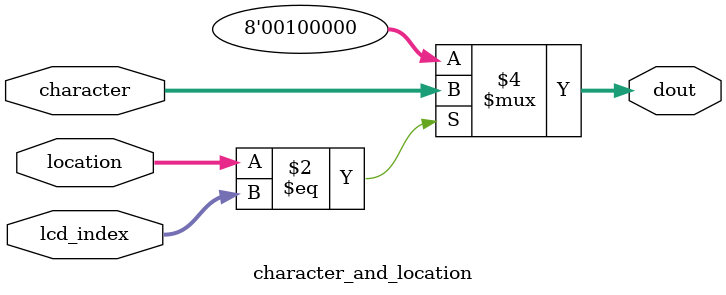
<source format=v>
module character_and_location (
	input		   [4:0]	lcd_index,
	input		   [7:0]	character,
	input		   [4:0]	location,
	output reg	[7:0]	dout
	);
	
   always @(lcd_index, character, location)
      if (location == lcd_index)
         dout = character;
      else
         dout = " ";
	
endmodule

</source>
